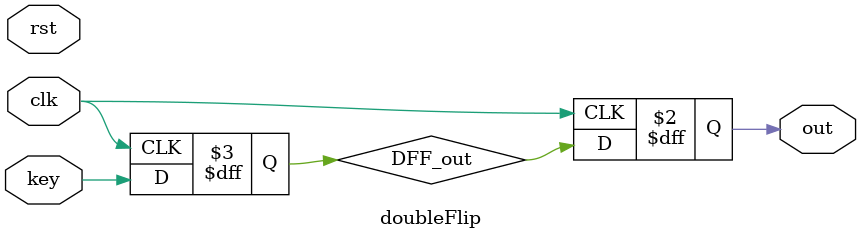
<source format=sv>
module doubleFlip (key, out, clk, rst);

input logic clk, rst, key;
output logic out;

logic DFF_out;

	always_ff @(posedge clk) begin
        DFF_out <= key;  
        out <= DFF_out;  
    end
	 
endmodule
</source>
